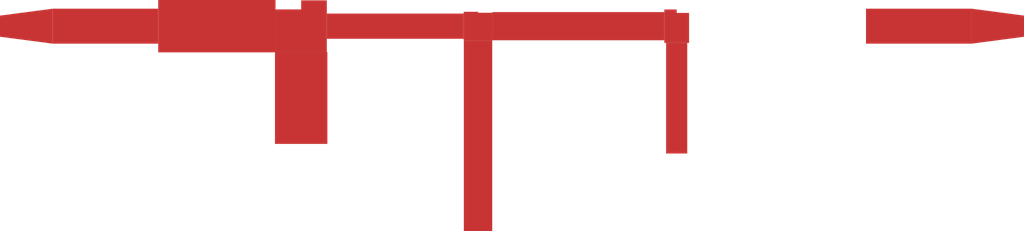
<source format=kicad_pcb>
(kicad_pcb
	(version 20240108)
	(generator "pcbnew")
	(generator_version "8.0")
	(general
		(thickness 1.6)
		(legacy_teardrops no)
	)
	(paper "A4")
	(layers
		(0 "F.Cu" signal)
		(31 "B.Cu" signal)
		(32 "B.Adhes" user "B.Adhesive")
		(33 "F.Adhes" user "F.Adhesive")
		(34 "B.Paste" user)
		(35 "F.Paste" user)
		(36 "B.SilkS" user "B.Silkscreen")
		(37 "F.SilkS" user "F.Silkscreen")
		(38 "B.Mask" user)
		(39 "F.Mask" user)
		(40 "Dwgs.User" user "User.Drawings")
		(41 "Cmts.User" user "User.Comments")
		(42 "Eco1.User" user "User.Eco1")
		(43 "Eco2.User" user "User.Eco2")
		(44 "Edge.Cuts" user)
		(45 "Margin" user)
		(46 "B.CrtYd" user "B.Courtyard")
		(47 "F.CrtYd" user "F.Courtyard")
	)
	(setup
		(pad_to_mask_clearance 0)
		(allow_soldermask_bridges_in_footprints no)
		(pcbplotparams
			(layerselection 0x00010fc_ffffffff)
			(plot_on_all_layers_selection 0x0000000_00000000)
			(disableapertmacros no)
			(usegerberextensions no)
			(usegerberattributes yes)
			(usegerberadvancedattributes yes)
			(creategerberjobfile yes)
			(dashed_line_dash_ratio 12.000000)
			(dashed_line_gap_ratio 3.000000)
			(svgprecision 4)
			(plotframeref no)
			(viasonmask no)
			(mode 1)
			(useauxorigin no)
			(hpglpennumber 1)
			(hpglpenspeed 20)
			(hpglpendiameter 15.000000)
			(pdf_front_fp_property_popups yes)
			(pdf_back_fp_property_popups yes)
			(dxfpolygonmode yes)
			(dxfimperialunits yes)
			(dxfusepcbnewfont yes)
			(psnegative no)
			(psa4output no)
			(plotreference yes)
			(plotvalue yes)
			(plotfptext yes)
			(plotinvisibletext no)
			(sketchpadsonfab no)
			(subtractmaskfromsilk no)
			(outputformat 1)
			(mirror no)
			(drillshape 1)
			(scaleselection 1)
			(outputdirectory "")
		)
	)
	(net 0 "")
	(gr_poly
		(pts
			(xy 125.52736 57.94122) (xy 125.52736 61.11114) (xy 127.87178 61.11114) (xy 127.87178 58.26888) (xy 126.6983 58.26888)
			(xy 126.6983 57.94122)
		)
		(stroke
			(width 0)
			(type solid)
		)
		(fill solid)
		(layer "F.Cu")
		(uuid "026a43b9-0383-4f30-9839-1c0944457123")
	)
	(gr_poly
		(pts
			(xy 88.65672 57.93614) (xy 88.65672 61.9722) (xy 93.52336 61.9722) (xy 93.52336 57.08016) (xy 91.09004 57.08016)
			(xy 91.09004 57.93614)
		)
		(stroke
			(width 0)
			(type solid)
		)
		(fill solid)
		(layer "F.Cu")
		(uuid "0fd65037-5cae-42a6-951a-1e98d1837dfd")
	)
	(gr_poly
		(pts
			(xy 77.53026 57.86839) (xy 67.53025 57.86839) (xy 67.53025 61.18398) (xy 77.53026 61.18398)
		)
		(stroke
			(width 0)
			(type solid)
		)
		(fill solid)
		(layer "F.Cu")
		(uuid "12f46121-02de-44cf-98ac-ae8f6bed088b")
	)
	(gr_poly
		(pts
			(xy 106.49797 58.3313) (xy 93.52307 58.3313) (xy 93.52307 60.72106) (xy 106.49797 60.72106)
		)
		(stroke
			(width 0)
			(type solid)
		)
		(fill solid)
		(layer "F.Cu")
		(uuid "241c67c5-2ca3-4a9b-83aa-0bfceae490e2")
	)
	(gr_poly
		(pts
			(xy 106.49768 58.1622) (xy 106.49768 60.89016) (xy 109.22818 60.89016) (xy 109.22818 58.25364) (xy 107.86166 58.25364)
			(xy 107.86166 58.1622)
		)
		(stroke
			(width 0)
			(type solid)
		)
		(fill solid)
		(layer "F.Cu")
		(uuid "25af0f73-4b58-47a9-8ef1-05d623e634d9")
	)
	(gr_poly
		(pts
			(xy 67.53154 61.1848) (xy 67.53154 57.86756) (xy 62.53028 58.52542) (xy 62.53028 60.52694)
		)
		(stroke
			(width 0)
			(type solid)
		)
		(fill solid)
		(layer "F.Cu")
		(uuid "3b526f81-1272-4f29-8207-68e412af946f")
	)
	(gr_poly
		(pts
			(xy 125.52649 58.19069) (xy 109.2265 58.19069) (xy 109.2265 60.86168) (xy 125.52649 60.86168)
		)
		(stroke
			(width 0)
			(type solid)
		)
		(fill solid)
		(layer "F.Cu")
		(uuid "41c679dd-a70d-49af-8de3-86609b822167")
	)
	(gr_poly
		(pts
			(xy 93.57448 61.97272) (xy 88.6056 61.97272) (xy 88.6056 70.68896) (xy 93.57448 70.68896)
		)
		(stroke
			(width 0)
			(type solid)
		)
		(fill solid)
		(layer "F.Cu")
		(uuid "5bbc776b-aa64-40f6-91d7-266830bd88fd")
	)
	(gr_poly
		(pts
			(xy 154.65228 57.86839) (xy 144.65227 57.86839) (xy 144.65227 61.18398) (xy 154.65228 61.18398)
		)
		(stroke
			(width 0)
			(type solid)
		)
		(fill solid)
		(layer "F.Cu")
		(uuid "9df75647-df41-4965-bad0-0d6a58a5fbe0")
	)
	(gr_poly
		(pts
			(xy 109.2072 60.89128) (xy 106.51612 60.89128) (xy 106.51612 78.98908) (xy 109.2072 78.98908)
		)
		(stroke
			(width 0)
			(type solid)
		)
		(fill solid)
		(layer "F.Cu")
		(uuid "a0998486-99f2-4502-86ca-4ae46578d5f1")
	)
	(gr_poly
		(pts
			(xy 154.65354 57.86756) (xy 154.65354 61.1848) (xy 159.65226 60.52694) (xy 159.65226 58.52542)
		)
		(stroke
			(width 0)
			(type solid)
		)
		(fill solid)
		(layer "F.Cu")
		(uuid "aa80d673-1db2-4f82-a0b2-a778b9880b13")
	)
	(gr_poly
		(pts
			(xy 127.7 61.11249) (xy 125.6966 61.11249) (xy 125.6966 71.6) (xy 127.7 71.6)
		)
		(stroke
			(width 0)
			(type solid)
		)
		(fill solid)
		(layer "F.Cu")
		(uuid "ccf517ad-c1dd-43a3-bc3b-8e43a82991fb")
	)
	(gr_poly
		(pts
			(xy 88.65716 57.04357) (xy 77.53107 57.04357) (xy 77.53107 62.00879) (xy 88.65716 62.00879)
		)
		(stroke
			(width 0)
			(type solid)
		)
		(fill solid)
		(layer "F.Cu")
		(uuid "fdafd73c-ddea-44c3-ab43-c704fac80c2a")
	)
)

</source>
